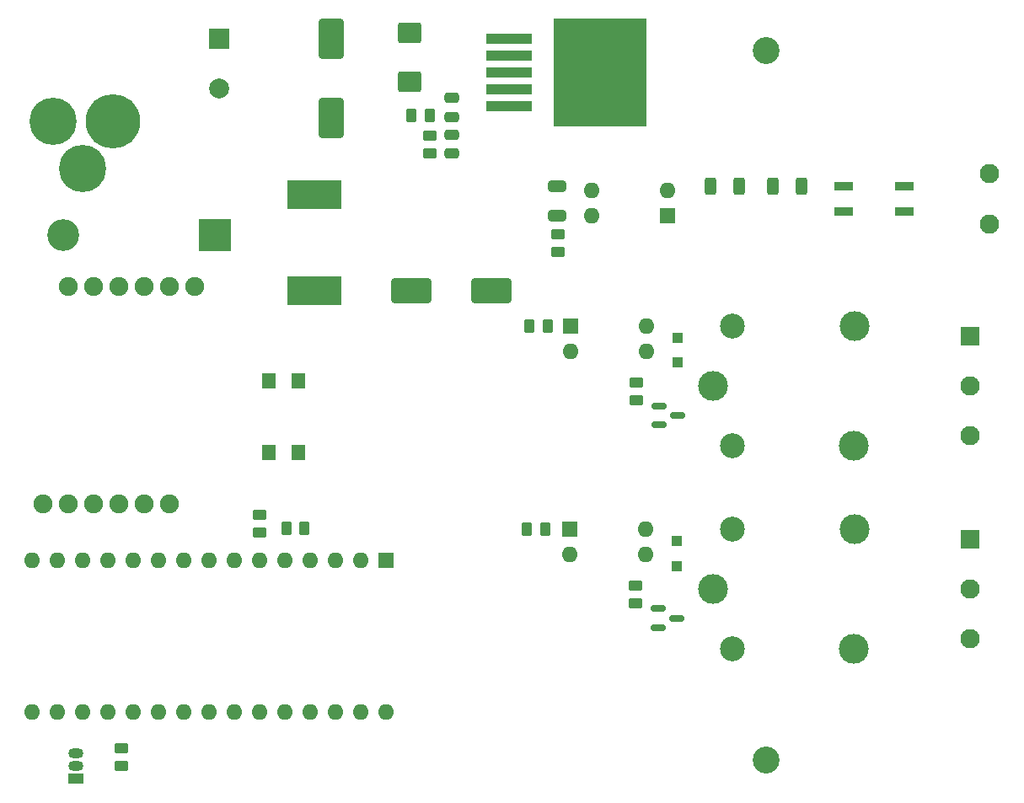
<source format=gts>
G04 #@! TF.GenerationSoftware,KiCad,Pcbnew,(6.0.8)*
G04 #@! TF.CreationDate,2022-12-11T00:22:14+04:00*
G04 #@! TF.ProjectId,SIM800_NANO,53494d38-3030-45f4-9e41-4e4f2e6b6963,rev?*
G04 #@! TF.SameCoordinates,Original*
G04 #@! TF.FileFunction,Soldermask,Top*
G04 #@! TF.FilePolarity,Negative*
%FSLAX46Y46*%
G04 Gerber Fmt 4.6, Leading zero omitted, Abs format (unit mm)*
G04 Created by KiCad (PCBNEW (6.0.8)) date 2022-12-11 00:22:14*
%MOMM*%
%LPD*%
G01*
G04 APERTURE LIST*
G04 Aperture macros list*
%AMRoundRect*
0 Rectangle with rounded corners*
0 $1 Rounding radius*
0 $2 $3 $4 $5 $6 $7 $8 $9 X,Y pos of 4 corners*
0 Add a 4 corners polygon primitive as box body*
4,1,4,$2,$3,$4,$5,$6,$7,$8,$9,$2,$3,0*
0 Add four circle primitives for the rounded corners*
1,1,$1+$1,$2,$3*
1,1,$1+$1,$4,$5*
1,1,$1+$1,$6,$7*
1,1,$1+$1,$8,$9*
0 Add four rect primitives between the rounded corners*
20,1,$1+$1,$2,$3,$4,$5,0*
20,1,$1+$1,$4,$5,$6,$7,0*
20,1,$1+$1,$6,$7,$8,$9,0*
20,1,$1+$1,$8,$9,$2,$3,0*%
G04 Aperture macros list end*
%ADD10R,1.000000X1.000000*%
%ADD11RoundRect,0.250000X-1.750000X-1.000000X1.750000X-1.000000X1.750000X1.000000X-1.750000X1.000000X0*%
%ADD12RoundRect,0.250000X-0.925000X0.787500X-0.925000X-0.787500X0.925000X-0.787500X0.925000X0.787500X0*%
%ADD13RoundRect,0.250000X0.450000X-0.262500X0.450000X0.262500X-0.450000X0.262500X-0.450000X-0.262500X0*%
%ADD14RoundRect,0.250000X0.475000X-0.250000X0.475000X0.250000X-0.475000X0.250000X-0.475000X-0.250000X0*%
%ADD15R,1.950000X1.950000*%
%ADD16C,1.950000*%
%ADD17RoundRect,0.250000X0.262500X0.450000X-0.262500X0.450000X-0.262500X-0.450000X0.262500X-0.450000X0*%
%ADD18R,1.600000X1.600000*%
%ADD19O,1.600000X1.600000*%
%ADD20R,4.600000X1.100000*%
%ADD21R,9.400000X10.800000*%
%ADD22C,1.900000*%
%ADD23RoundRect,0.250000X-1.000000X1.750000X-1.000000X-1.750000X1.000000X-1.750000X1.000000X1.750000X0*%
%ADD24C,3.000000*%
%ADD25C,2.500000*%
%ADD26R,1.500000X1.050000*%
%ADD27O,1.500000X1.050000*%
%ADD28RoundRect,0.250000X-0.450000X0.262500X-0.450000X-0.262500X0.450000X-0.262500X0.450000X0.262500X0*%
%ADD29R,2.000000X2.000000*%
%ADD30C,2.000000*%
%ADD31RoundRect,0.150000X-0.587500X-0.150000X0.587500X-0.150000X0.587500X0.150000X-0.587500X0.150000X0*%
%ADD32RoundRect,0.250000X0.650000X-0.325000X0.650000X0.325000X-0.650000X0.325000X-0.650000X-0.325000X0*%
%ADD33R,5.400000X2.900000*%
%ADD34R,1.850000X0.950000*%
%ADD35RoundRect,0.250000X-0.312500X-0.625000X0.312500X-0.625000X0.312500X0.625000X-0.312500X0.625000X0*%
%ADD36C,2.700000*%
%ADD37R,3.200000X3.200000*%
%ADD38O,3.200000X3.200000*%
%ADD39R,1.400000X1.600000*%
%ADD40C,5.460000*%
%ADD41C,4.740000*%
G04 APERTURE END LIST*
D10*
X159187000Y-116065000D03*
X159187000Y-118565000D03*
D11*
X132520000Y-90930000D03*
X140520000Y-90930000D03*
D12*
X132370000Y-64987500D03*
X132370000Y-69912500D03*
D13*
X155015000Y-122353000D03*
X155015000Y-120528000D03*
D14*
X136610000Y-73460000D03*
X136610000Y-71560000D03*
D15*
X188630000Y-95462000D03*
D16*
X188630000Y-100462000D03*
X188630000Y-105462000D03*
D17*
X134362500Y-73350000D03*
X132537500Y-73350000D03*
D18*
X158275000Y-83350000D03*
D19*
X158275000Y-80810000D03*
X150655000Y-80810000D03*
X150655000Y-83350000D03*
D20*
X142310000Y-65600000D03*
X142310000Y-67300000D03*
X142310000Y-69000000D03*
D21*
X151460000Y-69000000D03*
D20*
X142310000Y-70700000D03*
X142310000Y-72400000D03*
D22*
X95500000Y-112350000D03*
X98040000Y-112350000D03*
X100580000Y-112350000D03*
X103120000Y-112350000D03*
X105660000Y-112350000D03*
X108200000Y-112350000D03*
X110740000Y-90480000D03*
X108200000Y-90480000D03*
X105660000Y-90480000D03*
X103120000Y-90480000D03*
X100580000Y-90480000D03*
X98040000Y-90480000D03*
D18*
X148460000Y-114890000D03*
D19*
X148460000Y-117430000D03*
X156080000Y-117430000D03*
X156080000Y-114890000D03*
D23*
X124470000Y-65600000D03*
X124470000Y-73600000D03*
D24*
X162827000Y-100462000D03*
D25*
X164777000Y-106512000D03*
D24*
X176977000Y-106512000D03*
X177027000Y-94462000D03*
D25*
X164777000Y-94512000D03*
D26*
X98800000Y-139950000D03*
D27*
X98800000Y-138680000D03*
X98800000Y-137410000D03*
D28*
X103400000Y-136887500D03*
X103400000Y-138712500D03*
D16*
X190620000Y-79190000D03*
X190620000Y-84190000D03*
D24*
X162837000Y-120865000D03*
D25*
X164787000Y-126915000D03*
D24*
X176987000Y-126915000D03*
X177037000Y-114865000D03*
D25*
X164787000Y-114915000D03*
D29*
X113200000Y-65607323D03*
D30*
X113200000Y-70607323D03*
D18*
X148475000Y-94505000D03*
D19*
X148475000Y-97045000D03*
X156095000Y-97045000D03*
X156095000Y-94505000D03*
D31*
X157324500Y-122865000D03*
X157324500Y-124765000D03*
X159199500Y-123815000D03*
D32*
X147180000Y-83375000D03*
X147180000Y-80425000D03*
D17*
X146192500Y-94490000D03*
X144367500Y-94490000D03*
X145952500Y-114890000D03*
X144127500Y-114890000D03*
D13*
X155077000Y-101937000D03*
X155077000Y-100112000D03*
X134360000Y-77152500D03*
X134360000Y-75327500D03*
D15*
X188615000Y-115865000D03*
D16*
X188615000Y-120865000D03*
X188615000Y-125865000D03*
D33*
X122750000Y-81250000D03*
X122750000Y-90950000D03*
D34*
X175947000Y-80437000D03*
X175947000Y-82937000D03*
X181997000Y-82937000D03*
X181997000Y-80437000D03*
D14*
X136610000Y-77160000D03*
X136610000Y-75260000D03*
D35*
X168787500Y-80450000D03*
X171712500Y-80450000D03*
D10*
X159227000Y-95655000D03*
X159227000Y-98155000D03*
D36*
X168150000Y-66800000D03*
D37*
X112745000Y-85350000D03*
D38*
X97505000Y-85350000D03*
D35*
X162537500Y-80450000D03*
X165462500Y-80450000D03*
D39*
X121200000Y-99950000D03*
X121200000Y-107150000D03*
X118200000Y-99950000D03*
X118200000Y-107150000D03*
D17*
X121792500Y-114780000D03*
X119967500Y-114780000D03*
D13*
X117280000Y-115232500D03*
X117280000Y-113407500D03*
D31*
X157364500Y-102487000D03*
X157364500Y-104387000D03*
X159239500Y-103437000D03*
D40*
X102500000Y-73915000D03*
D41*
X96500000Y-73915000D03*
X99500000Y-78615000D03*
D36*
X168150000Y-138100000D03*
D18*
X130000000Y-118000000D03*
D19*
X127460000Y-118000000D03*
X124920000Y-118000000D03*
X122380000Y-118000000D03*
X119840000Y-118000000D03*
X117300000Y-118000000D03*
X114760000Y-118000000D03*
X112220000Y-118000000D03*
X109680000Y-118000000D03*
X107140000Y-118000000D03*
X104600000Y-118000000D03*
X102060000Y-118000000D03*
X99520000Y-118000000D03*
X96980000Y-118000000D03*
X94440000Y-118000000D03*
X94440000Y-133240000D03*
X96980000Y-133240000D03*
X99520000Y-133240000D03*
X102060000Y-133240000D03*
X104600000Y-133240000D03*
X107140000Y-133240000D03*
X109680000Y-133240000D03*
X112220000Y-133240000D03*
X114760000Y-133240000D03*
X117300000Y-133240000D03*
X119840000Y-133240000D03*
X122380000Y-133240000D03*
X124920000Y-133240000D03*
X127460000Y-133240000D03*
X130000000Y-133240000D03*
D13*
X147200000Y-87052500D03*
X147200000Y-85227500D03*
M02*

</source>
